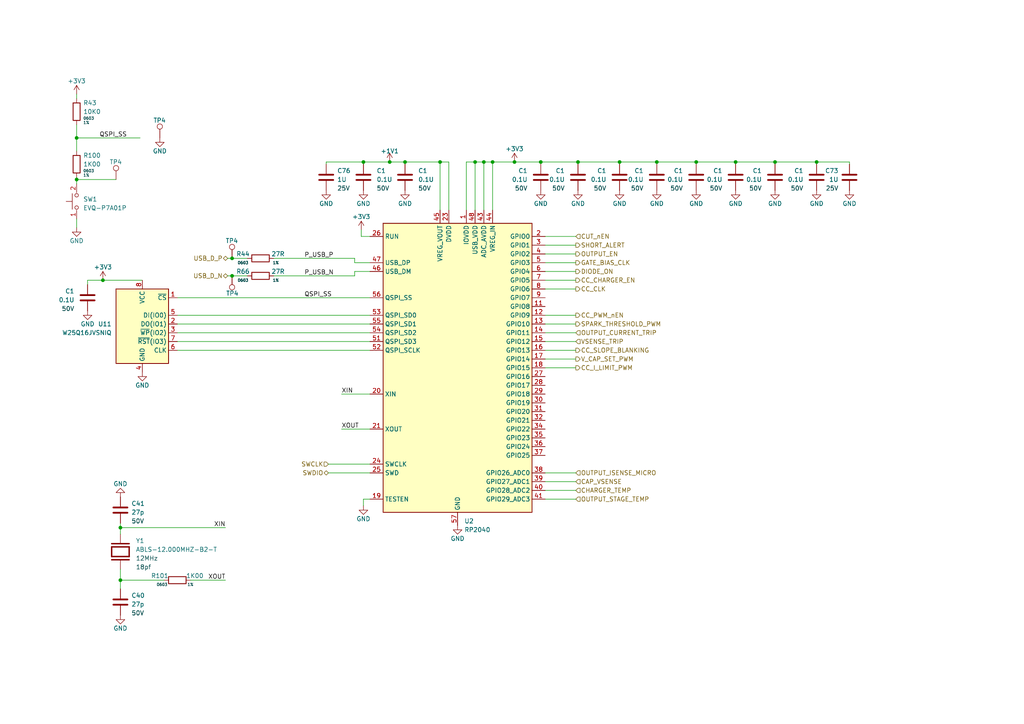
<source format=kicad_sch>
(kicad_sch (version 20230121) (generator eeschema)
  (paper "A4")
  (title_block (title "MICROCONTROLLER") (company "Rack Robotics, Inc.") (comment 1 "Engineering by DragonFly Power Systems") (comment 2 "Design by Rack Robotics, Inc."))
  (lib_symbols
    (symbol "0603_CAP:0.1U_50V"
      (property "Reference" "C" (at 3.175 1.905 0))
      (property "Value" "0.1U" (at 3.175 0 0))
      (property "Volage Rating" "50V" (at 3.175 -1.905 0))
      (symbol "0.1U_50V_0_1"
        (polyline (pts (xy -2.032 -0.762) (xy 2.032 -0.762)) (stroke (width 0.508)))
        (polyline (pts (xy -2.032 0.762) (xy 2.032 0.762)) (stroke (width 0.508)))
      )
      (symbol "0.1U_50V_1_1"
        (pin passive line (at 0 3.81 270) (length 2.794) (name "~") (number "1"))
        (pin passive line (at 0 -3.81 90) (length 2.794) (name "~") (number "2"))
      )
    )
    (symbol "0603_CAP:1U_25V"
      (property "Reference" "C" (at 3.175 1.905 0))
      (property "Value" "1U" (at 3.175 0 0))
      (property "Volage Rating" "25V" (at 3.175 -1.905 0))
      (symbol "1U_25V_0_1"
        (polyline (pts (xy -2.032 -0.762) (xy 2.032 -0.762)) (stroke (width 0.508)))
        (polyline (pts (xy -2.032 0.762) (xy 2.032 0.762)) (stroke (width 0.508)))
      )
      (symbol "1U_25V_1_1"
        (pin passive line (at 0 3.81 270) (length 2.794) (name "~") (number "1"))
        (pin passive line (at 0 -3.81 90) (length 2.794) (name "~") (number "2"))
      )
    )
    (symbol "0603_CAP:27P_50V"
      (property "Reference" "C" (at 3.175 1.905 0))
      (property "Value" "27p" (at 3.175 0 0))
      (property "Volage Rating" "50V" (at 3.175 -1.905 0))
      (symbol "27P_50V_0_1"
        (polyline (pts (xy -2.032 -0.762) (xy 2.032 -0.762)) (stroke (width 0.508)))
        (polyline (pts (xy -2.032 0.762) (xy 2.032 0.762)) (stroke (width 0.508)))
      )
      (symbol "27P_50V_1_1"
        (pin passive line (at 0 3.81 270) (length 2.794) (name "~") (number "1"))
        (pin passive line (at 0 -3.81 90) (length 2.794) (name "~") (number "2"))
      )
    )
    (symbol "0603_RES:10K0"
      (property "Reference" "R" (at 1.27 2.54 0))
      (property "Value" "10K0" (at 1.27 0.635 0))
      (property "Package Size" "0603" (at 1.27 -1.27 0))
      (property "Tolerance" "1%" (at 1.27 -2.54 0))
      (symbol "10K0_0_1"
        (rectangle (start -1.016 2.54) (end 1.016 -2.54) (stroke (width 0.254)))
      )
      (symbol "10K0_1_1"
        (pin passive line (at 0 3.81 270) (length 1.27) (name "~") (number "1"))
        (pin passive line (at 0 -3.81 90) (length 1.27) (name "~") (number "2"))
      )
    )
    (symbol "0603_RES:1K00"
      (property "Reference" "R" (at 1.27 2.54 0))
      (property "Value" "1K00" (at 1.27 0.635 0))
      (property "Package Size" "0603" (at 1.27 -1.27 0))
      (property "Tolerance" "1%" (at 1.27 -2.54 0))
      (symbol "1K00_0_1"
        (rectangle (start -1.016 2.54) (end 1.016 -2.54) (stroke (width 0.254)))
      )
      (symbol "1K00_1_1"
        (pin passive line (at 0 3.81 270) (length 1.27) (name "~") (number "1"))
        (pin passive line (at 0 -3.81 90) (length 1.27) (name "~") (number "2"))
      )
    )
    (symbol "0603_RES:27R"
      (property "Reference" "R" (at 1.27 2.54 0))
      (property "Value" "27R" (at 1.27 0.635 0))
      (property "Package Size" "0603" (at 1.27 -1.27 0))
      (property "Tolerance" "1%" (at 1.27 -2.54 0))
      (symbol "27R_0_1"
        (rectangle (start -1.016 2.54) (end 1.016 -2.54) (stroke (width 0.254)))
      )
      (symbol "27R_1_1"
        (pin passive line (at 0 3.81 270) (length 1.27) (name "~") (number "1"))
        (pin passive line (at 0 -3.81 90) (length 1.27) (name "~") (number "2"))
      )
    )
    (symbol "CRYSTALS:ABLS-12.000MHZ-B2-T" (pin_numbers hide) (pin_names (offset 1.016) hide)
      (property "Reference" "Y" (at -5.08 3.81 0))
      (property "Value" "ABLS-12.000MHZ-B2-T" (at -5.1054 -5.1054 0))
      (property "Frequency" "12MHz" (at 0 0 0))
      (property "Load Capacitance" "18pf" (at 0 0 0))
      (symbol "ABLS-12.000MHZ-B2-T_0_0"
        (polyline (pts (xy -2.3368 2.54) (xy -2.3368 -2.54)) (stroke (width 0.4064)))
        (polyline (pts (xy -1.397 2.54) (xy -1.397 -2.54)) (stroke (width 0.4064)))
        (polyline (pts (xy -1.397 2.54) (xy 1.397 2.54)) (stroke (width 0.4064)))
        (polyline (pts (xy 1.397 -2.54) (xy -1.397 -2.54)) (stroke (width 0.4064)))
        (polyline (pts (xy 1.397 2.54) (xy 1.397 -2.54)) (stroke (width 0.4064)))
        (polyline (pts (xy 2.3368 2.54) (xy 2.3368 -2.54)) (stroke (width 0.4064)))
        (pin passive line (at -5.08 0 0) (length 2.54) (name "~") (number "1"))
        (pin passive line (at 5.08 0 180) (length 2.54) (name "~") (number "2"))
      )
    )
    (symbol "Connector:TestPoint" (pin_numbers hide) (pin_names (offset 0.762) hide)
      (property "Reference" "TP" (at 0 6.858 0))
      (property "Value" "TestPoint" (at 0 5.08 0))
      (symbol "TestPoint_0_1"
        (circle (center 0 3.302) (radius 0.762))
      )
      (symbol "TestPoint_1_1"
        (pin passive line (at 0 0 90) (length 2.54) (name "1") (number "1"))
      )
    )
    (symbol "MCU_RaspberryPi:RP2040"
      (property "Reference" "U" (at 17.78 45.72 0))
      (property "Value" "RP2040" (at 17.78 43.18 0))
      (symbol "RP2040_0_1"
        (rectangle (start -21.59 41.91) (end 21.59 -41.91) (stroke (width 0.254)) (fill (type background)))
      )
      (symbol "RP2040_1_1"
        (pin power_in line (at 2.54 45.72 270) (length 3.81) (name "IOVDD") (number "1"))
        (pin passive line (at 2.54 45.72 270) (length 3.81) hide (name "IOVDD") (number "10"))
        (pin bidirectional line (at 25.4 17.78 180) (length 3.81) (name "GPIO8") (number "11"))
        (pin bidirectional line (at 25.4 15.24 180) (length 3.81) (name "GPIO9") (number "12"))
        (pin bidirectional line (at 25.4 12.7 180) (length 3.81) (name "GPIO10") (number "13"))
        (pin bidirectional line (at 25.4 10.16 180) (length 3.81) (name "GPIO11") (number "14"))
        (pin bidirectional line (at 25.4 7.62 180) (length 3.81) (name "GPIO12") (number "15"))
        (pin bidirectional line (at 25.4 5.08 180) (length 3.81) (name "GPIO13") (number "16"))
        (pin bidirectional line (at 25.4 2.54 180) (length 3.81) (name "GPIO14") (number "17"))
        (pin bidirectional line (at 25.4 0 180) (length 3.81) (name "GPIO15") (number "18"))
        (pin input line (at -25.4 -38.1 0) (length 3.81) (name "TESTEN") (number "19"))
        (pin bidirectional line (at 25.4 38.1 180) (length 3.81) (name "GPIO0") (number "2"))
        (pin input line (at -25.4 -7.62 0) (length 3.81) (name "XIN") (number "20"))
        (pin passive line (at -25.4 -17.78 0) (length 3.81) (name "XOUT") (number "21"))
        (pin passive line (at 2.54 45.72 270) (length 3.81) hide (name "IOVDD") (number "22"))
        (pin power_in line (at -2.54 45.72 270) (length 3.81) (name "DVDD") (number "23"))
        (pin input line (at -25.4 -27.94 0) (length 3.81) (name "SWCLK") (number "24"))
        (pin bidirectional line (at -25.4 -30.48 0) (length 3.81) (name "SWD") (number "25"))
        (pin input line (at -25.4 38.1 0) (length 3.81) (name "RUN") (number "26"))
        (pin bidirectional line (at 25.4 -2.54 180) (length 3.81) (name "GPIO16") (number "27"))
        (pin bidirectional line (at 25.4 -5.08 180) (length 3.81) (name "GPIO17") (number "28"))
        (pin bidirectional line (at 25.4 -7.62 180) (length 3.81) (name "GPIO18") (number "29"))
        (pin bidirectional line (at 25.4 35.56 180) (length 3.81) (name "GPIO1") (number "3"))
        (pin bidirectional line (at 25.4 -10.16 180) (length 3.81) (name "GPIO19") (number "30"))
        (pin bidirectional line (at 25.4 -12.7 180) (length 3.81) (name "GPIO20") (number "31"))
        (pin bidirectional line (at 25.4 -15.24 180) (length 3.81) (name "GPIO21") (number "32"))
        (pin passive line (at 2.54 45.72 270) (length 3.81) hide (name "IOVDD") (number "33"))
        (pin bidirectional line (at 25.4 -17.78 180) (length 3.81) (name "GPIO22") (number "34"))
        (pin bidirectional line (at 25.4 -20.32 180) (length 3.81) (name "GPIO23") (number "35"))
        (pin bidirectional line (at 25.4 -22.86 180) (length 3.81) (name "GPIO24") (number "36"))
        (pin bidirectional line (at 25.4 -25.4 180) (length 3.81) (name "GPIO25") (number "37"))
        (pin bidirectional line (at 25.4 -30.48 180) (length 3.81) (name "GPIO26_ADC0") (number "38"))
        (pin bidirectional line (at 25.4 -33.02 180) (length 3.81) (name "GPIO27_ADC1") (number "39"))
        (pin bidirectional line (at 25.4 33.02 180) (length 3.81) (name "GPIO2") (number "4"))
        (pin bidirectional line (at 25.4 -35.56 180) (length 3.81) (name "GPIO28_ADC2") (number "40"))
        (pin bidirectional line (at 25.4 -38.1 180) (length 3.81) (name "GPIO29_ADC3") (number "41"))
        (pin passive line (at 2.54 45.72 270) (length 3.81) hide (name "IOVDD") (number "42"))
        (pin power_in line (at 7.62 45.72 270) (length 3.81) (name "ADC_AVDD") (number "43"))
        (pin power_in line (at 10.16 45.72 270) (length 3.81) (name "VREG_IN") (number "44"))
        (pin power_out line (at -5.08 45.72 270) (length 3.81) (name "VREG_VOUT") (number "45"))
        (pin bidirectional line (at -25.4 27.94 0) (length 3.81) (name "USB_DM") (number "46"))
        (pin bidirectional line (at -25.4 30.48 0) (length 3.81) (name "USB_DP") (number "47"))
        (pin power_in line (at 5.08 45.72 270) (length 3.81) (name "USB_VDD") (number "48"))
        (pin passive line (at 2.54 45.72 270) (length 3.81) hide (name "IOVDD") (number "49"))
        (pin bidirectional line (at 25.4 30.48 180) (length 3.81) (name "GPIO3") (number "5"))
        (pin passive line (at -2.54 45.72 270) (length 3.81) hide (name "DVDD") (number "50"))
        (pin bidirectional line (at -25.4 7.62 0) (length 3.81) (name "QSPI_SD3") (number "51"))
        (pin output line (at -25.4 5.08 0) (length 3.81) (name "QSPI_SCLK") (number "52"))
        (pin bidirectional line (at -25.4 15.24 0) (length 3.81) (name "QSPI_SD0") (number "53"))
        (pin bidirectional line (at -25.4 10.16 0) (length 3.81) (name "QSPI_SD2") (number "54"))
        (pin bidirectional line (at -25.4 12.7 0) (length 3.81) (name "QSPI_SD1") (number "55"))
        (pin bidirectional line (at -25.4 20.32 0) (length 3.81) (name "QSPI_SS") (number "56"))
        (pin power_in line (at 0 -45.72 90) (length 3.81) (name "GND") (number "57"))
        (pin bidirectional line (at 25.4 27.94 180) (length 3.81) (name "GPIO4") (number "6"))
        (pin bidirectional line (at 25.4 25.4 180) (length 3.81) (name "GPIO5") (number "7"))
        (pin bidirectional line (at 25.4 22.86 180) (length 3.81) (name "GPIO6") (number "8"))
        (pin bidirectional line (at 25.4 20.32 180) (length 3.81) (name "GPIO7") (number "9"))
      )
    )
    (symbol "MEMORY:W25Q16JVSNIQ"
      (property "Reference" "U" (at 0.635 1.27 0))
      (property "Value" "W25Q16JVSNIQ" (at 15.875 -22.86 0))
      (symbol "W25Q16JVSNIQ_0_1"
        (rectangle (start 0 0) (end 15.24 -21.59) (stroke (width 0.254)) (fill (type background)))
      )
      (symbol "W25Q16JVSNIQ_1_1"
        (pin input line (at 17.78 -2.54 180) (length 2.54) (name "~{CS}") (number "1"))
        (pin bidirectional line (at 17.78 -10.16 180) (length 2.54) (name "DO(IO1)") (number "2"))
        (pin bidirectional line (at 17.78 -12.7 180) (length 2.54) (name "~{WP}(IO2)") (number "3"))
        (pin power_in line (at 7.62 -24.13 90) (length 2.54) (name "GND") (number "4"))
        (pin bidirectional line (at 17.78 -7.62 180) (length 2.54) (name "DI(IO0)") (number "5"))
        (pin input line (at 17.78 -17.78 180) (length 2.54) (name "CLK") (number "6"))
        (pin bidirectional line (at 17.78 -15.24 180) (length 2.54) (name "~{RST}(IO3)") (number "7"))
        (pin power_in line (at 7.62 2.54 270) (length 2.54) (name "VCC") (number "8"))
      )
    )
    (symbol "SWITCHES:EVQ-P7A01P" (pin_names hide)
      (property "Reference" "SW" (at 0 5.08 0))
      (property "Value" "EVQ-P7A01P" (at 0 -3.175 0))
      (symbol "EVQ-P7A01P_0_1"
        (circle (center -1.778 1.27) (radius 0.508))
        (polyline (pts (xy -2.286 2.54) (xy 2.286 2.54)))
        (polyline (pts (xy 0 2.54) (xy 0 4.318)))
        (circle (center 1.778 1.27) (radius 0.508))
        (pin passive line (at -5.08 1.27 0) (length 2.54) (name "1") (number "1"))
      )
      (symbol "EVQ-P7A01P_1_1"
        (pin passive line (at 5.08 1.27 180) (length 2.54) (name "2") (number "2"))
      )
    )
    (symbol "power:+1V1" (power) (pin_names (offset 0))
      (property "Value" "+1V1" (at 0 3.556 0))
      (symbol "+1V1_0_1"
        (polyline (pts (xy -0.762 1.27) (xy 0 2.54)))
        (polyline (pts (xy 0 0) (xy 0 2.54)))
        (polyline (pts (xy 0 2.54) (xy 0.762 1.27)))
      )
      (symbol "+1V1_1_1"
        (pin power_in line (at 0 0 90) (length 0) hide (name "+1V1") (number "1"))
      )
    )
    (symbol "power:+3V3" (power) (pin_names (offset 0))
      (property "Value" "+3V3" (at 0 3.556 0))
      (symbol "+3V3_0_1"
        (polyline (pts (xy -0.762 1.27) (xy 0 2.54)))
        (polyline (pts (xy 0 0) (xy 0 2.54)))
        (polyline (pts (xy 0 2.54) (xy 0.762 1.27)))
      )
      (symbol "+3V3_1_1"
        (pin power_in line (at 0 0 90) (length 0) hide (name "+3V3") (number "1"))
      )
    )
    (symbol "power:GND" (power) (pin_names (offset 0))
      (property "Value" "GND" (at 0 -3.81 0))
      (symbol "GND_0_1"
        (polyline (pts (xy 0 0) (xy 0 -1.27) (xy 1.27 -1.27) (xy 0 -2.54) (xy -1.27 -1.27) (xy 0 -1.27)))
      )
      (symbol "GND_1_1"
        (pin power_in line (at 0 0 270) (length 0) hide (name "GND") (number "1"))
      )
    )
  )
  (junction (at 34.925 153.035))
  (junction (at 142.875 46.99))
  (junction (at 127.635 46.99))
  (junction (at 67.31 80.01))
  (junction (at 167.64 46.99))
  (junction (at 113.03 46.99))
  (junction (at 67.31 74.93))
  (junction (at 156.845 46.99))
  (junction (at 236.855 46.99))
  (junction (at 179.705 46.99))
  (junction (at 105.41 46.99))
  (junction (at 137.795 46.99))
  (junction (at 201.93 46.99))
  (junction (at 22.225 52.07))
  (junction (at 213.36 46.99))
  (junction (at 29.845 81.28))
  (junction (at 149.225 46.99))
  (junction (at 140.335 46.99))
  (junction (at 117.475 46.99))
  (junction (at 34.925 168.275))
  (junction (at 190.5 46.99))
  (junction (at 22.225 40.005))
  (junction (at 224.79 46.99))
  (wire (pts (xy 158.115 144.78) (xy 167.005 144.78)))
  (wire (pts (xy 201.93 47.625) (xy 201.93 46.99)))
  (wire (pts (xy 236.855 46.99) (xy 236.855 47.625)))
  (wire (pts (xy 55.245 168.275) (xy 65.405 168.275)))
  (wire (pts (xy 167.005 139.7) (xy 158.115 139.7)))
  (wire (pts (xy 102.87 80.01) (xy 102.87 78.74)))
  (wire (pts (xy 22.225 36.195) (xy 22.225 40.005)))
  (wire (pts (xy 130.175 46.99) (xy 127.635 46.99)))
  (wire (pts (xy 135.255 60.96) (xy 135.255 46.99)))
  (wire (pts (xy 105.41 146.685) (xy 105.41 144.78)))
  (wire (pts (xy 156.845 46.99) (xy 167.64 46.99)))
  (wire (pts (xy 167.005 78.74) (xy 158.115 78.74)))
  (wire (pts (xy 158.115 81.28) (xy 167.005 81.28)))
  (wire (pts (xy 179.705 47.625) (xy 179.705 46.99)))
  (wire (pts (xy 99.06 114.3) (xy 107.315 114.3)))
  (wire (pts (xy 213.36 47.625) (xy 213.36 46.99)))
  (wire (pts (xy 142.875 46.99) (xy 149.225 46.99)))
  (wire (pts (xy 158.115 83.82) (xy 167.005 83.82)))
  (wire (pts (xy 66.04 80.01) (xy 67.31 80.01)))
  (wire (pts (xy 137.795 46.99) (xy 137.795 60.96)))
  (wire (pts (xy 158.115 68.58) (xy 167.005 68.58)))
  (wire (pts (xy 22.225 52.07) (xy 33.655 52.07)))
  (wire (pts (xy 99.06 124.46) (xy 107.315 124.46)))
  (wire (pts (xy 102.87 74.93) (xy 102.87 76.2)))
  (wire (pts (xy 94.615 47.625) (xy 94.615 46.99)))
  (wire (pts (xy 51.435 93.98) (xy 107.315 93.98)))
  (wire (pts (xy 224.79 47.625) (xy 224.79 46.99)))
  (wire (pts (xy 51.435 101.6) (xy 107.315 101.6)))
  (wire (pts (xy 67.31 80.01) (xy 71.755 80.01)))
  (wire (pts (xy 140.335 46.99) (xy 142.875 46.99)))
  (wire (pts (xy 34.925 151.765) (xy 34.925 153.035)))
  (wire (pts (xy 167.005 73.66) (xy 158.115 73.66)))
  (wire (pts (xy 79.375 80.01) (xy 102.87 80.01)))
  (wire (pts (xy 105.41 144.78) (xy 107.315 144.78)))
  (wire (pts (xy 102.87 76.2) (xy 107.315 76.2)))
  (wire (pts (xy 158.115 104.14) (xy 167.005 104.14)))
  (wire (pts (xy 149.225 46.99) (xy 156.845 46.99)))
  (wire (pts (xy 22.225 52.07) (xy 22.225 53.34)))
  (wire (pts (xy 167.005 99.06) (xy 158.115 99.06)))
  (wire (pts (xy 29.845 81.28) (xy 41.275 81.28)))
  (wire (pts (xy 25.4 81.28) (xy 29.845 81.28)))
  (wire (pts (xy 246.38 47.625) (xy 246.38 46.99)))
  (wire (pts (xy 158.115 142.24) (xy 167.005 142.24)))
  (wire (pts (xy 158.115 71.12) (xy 167.005 71.12)))
  (wire (pts (xy 236.855 46.99) (xy 246.38 46.99)))
  (wire (pts (xy 167.64 46.99) (xy 179.705 46.99)))
  (wire (pts (xy 104.775 66.675) (xy 104.775 68.58)))
  (wire (pts (xy 34.925 168.275) (xy 34.925 170.815)))
  (wire (pts (xy 135.255 46.99) (xy 137.795 46.99)))
  (wire (pts (xy 105.41 46.99) (xy 105.41 47.625)))
  (wire (pts (xy 127.635 60.96) (xy 127.635 46.99)))
  (wire (pts (xy 201.93 46.99) (xy 213.36 46.99)))
  (wire (pts (xy 105.41 46.99) (xy 94.615 46.99)))
  (wire (pts (xy 190.5 47.625) (xy 190.5 46.99)))
  (wire (pts (xy 66.04 74.93) (xy 67.31 74.93)))
  (wire (pts (xy 51.435 86.36) (xy 107.315 86.36)))
  (wire (pts (xy 79.375 74.93) (xy 102.87 74.93)))
  (wire (pts (xy 102.87 78.74) (xy 107.315 78.74)))
  (wire (pts (xy 34.925 165.1) (xy 34.925 168.275)))
  (wire (pts (xy 167.005 106.68) (xy 158.115 106.68)))
  (wire (pts (xy 158.115 93.98) (xy 167.005 93.98)))
  (wire (pts (xy 34.925 153.035) (xy 65.405 153.035)))
  (wire (pts (xy 34.925 168.275) (xy 47.625 168.275)))
  (wire (pts (xy 104.775 68.58) (xy 107.315 68.58)))
  (wire (pts (xy 156.845 47.625) (xy 156.845 46.99)))
  (wire (pts (xy 51.435 96.52) (xy 107.315 96.52)))
  (wire (pts (xy 167.005 96.52) (xy 158.115 96.52)))
  (wire (pts (xy 34.925 153.035) (xy 34.925 154.94)))
  (wire (pts (xy 127.635 46.99) (xy 117.475 46.99)))
  (wire (pts (xy 22.225 40.005) (xy 40.64 40.005)))
  (wire (pts (xy 158.115 76.2) (xy 167.005 76.2)))
  (wire (pts (xy 22.225 27.305) (xy 22.225 28.575)))
  (wire (pts (xy 113.03 46.99) (xy 105.41 46.99)))
  (wire (pts (xy 179.705 46.99) (xy 190.5 46.99)))
  (wire (pts (xy 22.225 40.005) (xy 22.225 43.815)))
  (wire (pts (xy 158.115 101.6) (xy 167.005 101.6)))
  (wire (pts (xy 107.315 134.62) (xy 95.25 134.62)))
  (wire (pts (xy 213.36 46.99) (xy 224.79 46.99)))
  (wire (pts (xy 158.115 137.16) (xy 167.005 137.16)))
  (wire (pts (xy 107.315 137.16) (xy 95.25 137.16)))
  (wire (pts (xy 22.225 66.04) (xy 22.225 63.5)))
  (wire (pts (xy 51.435 91.44) (xy 107.315 91.44)))
  (wire (pts (xy 22.225 51.435) (xy 22.225 52.07)))
  (wire (pts (xy 51.435 99.06) (xy 107.315 99.06)))
  (wire (pts (xy 142.875 46.99) (xy 142.875 60.96)))
  (wire (pts (xy 140.335 46.99) (xy 140.335 60.96)))
  (wire (pts (xy 130.175 60.96) (xy 130.175 46.99)))
  (wire (pts (xy 224.79 46.99) (xy 236.855 46.99)))
  (wire (pts (xy 167.64 47.625) (xy 167.64 46.99)))
  (wire (pts (xy 25.4 81.28) (xy 25.4 82.55)))
  (wire (pts (xy 158.115 91.44) (xy 167.005 91.44)))
  (wire (pts (xy 67.31 74.93) (xy 71.755 74.93)))
  (wire (pts (xy 190.5 46.99) (xy 201.93 46.99)))
  (wire (pts (xy 117.475 47.625) (xy 117.475 46.99)))
  (wire (pts (xy 137.795 46.99) (xy 140.335 46.99)))
  (wire (pts (xy 117.475 46.99) (xy 113.03 46.99)))
  (label "XOUT" (at 99.06 124.46 0))
  (label "P_USB_P" (at 88.265 74.93 0))
  (label "QSPI_SS" (at 88.265 86.36 0))
  (label "XIN" (at 65.405 153.035 180))
  (label "XIN" (at 99.06 114.3 0))
  (label "P_USB_N" (at 88.265 80.01 0))
  (label "QSPI_SS" (at 36.83 40.005 180))
  (label "XOUT" (at 65.405 168.275 180))
  (hierarchical_label "CC_SLOPE_BLANKING" (shape output) (at 167.005 101.6 0))
  (hierarchical_label "CC_I_LIMIT_PWM" (shape output) (at 167.005 106.68 0))
  (hierarchical_label "V_CAP_SET_PWM" (shape output) (at 167.005 104.14 0))
  (hierarchical_label "SPARK_THRESHOLD_PWM" (shape output) (at 167.005 93.98 0))
  (hierarchical_label "SWCLK" (shape input) (at 95.25 134.62 180))
  (hierarchical_label "OUTPUT_EN" (shape output) (at 167.005 73.66 0))
  (hierarchical_label "USB_D_N" (shape bidirectional) (at 66.04 80.01 180))
  (hierarchical_label "OUTPUT_CURRENT_TRIP" (shape input) (at 167.005 96.52 0))
  (hierarchical_label "DIODE_ON" (shape output) (at 167.005 78.74 0))
  (hierarchical_label "CUT_nEN" (shape input) (at 167.005 68.58 0))
  (hierarchical_label "OUTPUT_ISENSE_MICRO" (shape input) (at 167.005 137.16 0))
  (hierarchical_label "CC_CHARGER_EN" (shape output) (at 167.005 81.28 0))
  (hierarchical_label "CC_PWM_nEN" (shape output) (at 167.005 91.44 0))
  (hierarchical_label "GATE_BIAS_CLK" (shape output) (at 167.005 76.2 0))
  (hierarchical_label "VSENSE_TRIP" (shape input) (at 167.005 99.06 0))
  (hierarchical_label "CAP_VSENSE" (shape input) (at 167.005 139.7 0))
  (hierarchical_label "SWDIO" (shape bidirectional) (at 95.25 137.16 180))
  (hierarchical_label "SHORT_ALERT" (shape output) (at 167.005 71.12 0))
  (hierarchical_label "OUTPUT_STAGE_TEMP" (shape input) (at 167.005 144.78 0))
  (hierarchical_label "CHARGER_TEMP" (shape input) (at 167.005 142.24 0))
  (hierarchical_label "CC_CLK" (shape output) (at 167.005 83.82 0))
  (hierarchical_label "USB_D_P" (shape bidirectional) (at 66.04 74.93 180))
  (symbol (lib_id "power:GND") (at 46.355 40.005 0) (unit 1)
    (property "Reference" "#PWR01" (effects hide))
    (property "Value" "GND" (at 46.355 43.815 0))
    (instances (project "POWERCORE-V2.0_MOTHERBOARD" (path "" (reference "#PWR01") (unit 1)) (path "" (reference "#PWR031") (unit 1)) (path "" (reference "#PWR051") (unit 1)) (path "" (reference "#PWR041") (unit 1))))
  )
  (symbol (lib_id "Connector:TestPoint") (at 67.31 74.93 0) (unit 1)
    (property "Reference" "TP4" (at 65.405 69.85 0) (effects (justify left)))
    (property "Value" "TestPoint" (effects hide))
    (property "Footprint" "TestPoint:TestPoint_Pad_D1.5mm" (effects hide))
    (instances (project "POWERCORE-V2.0_MOTHERBOARD" (path "" (reference "TP4") (unit 1)) (path "" (reference "TP5") (unit 1)) (path "" (reference "TP13") (unit 1)) (path "" (reference "TP7") (unit 1))))
  )
  (symbol (lib_id "SWITCHES:EVQ-P7A01P") (at 23.495 58.42 90) (unit 1)
    (property "Reference" "SW1" (at 24.13 57.785 90) (effects (justify right)))
    (property "Value" "EVQ-P7A01P" (at 24.13 60.325 90) (effects (justify right)))
    (property "Footprint" "SWITCHES:SW_SPST_EVQP7A" (effects hide))
    (property "Datasheet" "https://api.pim.na.industrial.panasonic.com/file_stream/main/fileversion/245500" (effects hide))
    (property "Part Number" "EVQ-P7A01P" (effects hide))
    (property "Manufacturer" "Panasonic" (effects hide))
  )
  (symbol (lib_id "0603_CAP:0.1U_50V") (at 156.845 51.435 0) (mirror y) (unit 1)
    (property "Reference" "C1" (at 153.035 49.53 0) (effects (justify left)))
    (property "Value" "0.1U" (at 153.035 52.07 0) (effects (justify left)))
    (property "Footprint" "Capacitor_SMD:C_0603_1608Metric" (effects hide))
    (property "Datasheet" "https://media.digikey.com/pdf/Data%20Sheets/Samsung%20PDFs/CL10B104KB8NNWC_Spec.pdf" (effects hide))
    (property "Volage Rating" "50V" (at 153.035 54.61 0) (effects (justify left)))
    (property "Part Number" "CL10B104KB8NNWC" (effects hide))
    (property "Manufacturer" "Samsung" (effects hide))
    (instances (project "POWERCORE-V2.0_MOTHERBOARD" (path "" (reference "C1") (unit 1)) (path "" (reference "C66") (unit 1))))
  )
  (symbol (lib_id "Connector:TestPoint") (at 46.355 40.005 0) (unit 1)
    (property "Reference" "TP4" (at 44.45 34.925 0) (effects (justify left)))
    (property "Value" "TestPoint" (effects hide))
    (property "Footprint" "TestPoint:TestPoint_Pad_D1.5mm" (effects hide))
    (instances (project "POWERCORE-V2.0_MOTHERBOARD" (path "" (reference "TP4") (unit 1)) (path "" (reference "TP5") (unit 1)) (path "" (reference "TP13") (unit 1)) (path "" (reference "TP10") (unit 1))))
  )
  (symbol (lib_id "power:GND") (at 156.845 55.245 0) (mirror y) (unit 1)
    (property "Reference" "#PWR02" (effects hide))
    (property "Value" "GND" (at 156.845 59.055 0))
    (instances (project "POWERCORE-V2.0_MOTHERBOARD" (path "" (reference "#PWR02") (unit 1)) (path "" (reference "#PWR052") (unit 1))))
  )
  (symbol (lib_id "power:+3V3") (at 29.845 81.28 0) (mirror y) (unit 1)
    (property "Reference" "#PWR01" (effects hide))
    (property "Value" "+3V3" (at 29.845 77.47 0))
    (instances (project "POWERCORE-V2.0_MOTHERBOARD" (path "" (reference "#PWR01") (unit 1)) (path "" (reference "#PWR021") (unit 1))))
  )
  (symbol (lib_id "power:GND") (at 34.925 144.145 180) (unit 1)
    (property "Reference" "#PWR01" (effects hide))
    (property "Value" "GND" (at 34.925 140.335 0))
    (instances (project "POWERCORE-V2.0_MOTHERBOARD" (path "" (reference "#PWR01") (unit 1)) (path "" (reference "#PWR031") (unit 1)) (path "" (reference "#PWR051") (unit 1)) (path "" (reference "#PWR0111") (unit 1))))
  )
  (symbol (lib_id "0603_CAP:0.1U_50V") (at 213.36 51.435 0) (mirror y) (unit 1)
    (property "Reference" "C1" (at 209.55 49.53 0) (effects (justify left)))
    (property "Value" "0.1U" (at 209.55 52.07 0) (effects (justify left)))
    (property "Footprint" "Capacitor_SMD:C_0603_1608Metric" (effects hide))
    (property "Datasheet" "https://media.digikey.com/pdf/Data%20Sheets/Samsung%20PDFs/CL10B104KB8NNWC_Spec.pdf" (effects hide))
    (property "Volage Rating" "50V" (at 209.55 54.61 0) (effects (justify left)))
    (property "Part Number" "CL10B104KB8NNWC" (effects hide))
    (property "Manufacturer" "Samsung" (effects hide))
    (instances (project "POWERCORE-V2.0_MOTHERBOARD" (path "" (reference "C1") (unit 1)) (path "" (reference "C71") (unit 1))))
  )
  (symbol (lib_id "power:GND") (at 224.79 55.245 0) (mirror y) (unit 1)
    (property "Reference" "#PWR02" (effects hide))
    (property "Value" "GND" (at 224.79 59.055 0))
    (instances (project "POWERCORE-V2.0_MOTHERBOARD" (path "" (reference "#PWR02") (unit 1)) (path "" (reference "#PWR0124") (unit 1))))
  )
  (symbol (lib_id "0603_RES:27R") (at 75.565 80.01 90) (unit 1)
    (property "Reference" "R66" (at 70.485 78.74 90))
    (property "Value" "27R" (at 80.645 78.74 90))
    (property "Footprint" "Resistor_SMD:R_0603_1608Metric" (effects hide))
    (property "Datasheet" "https://www.seielect.com/Catalog/SEI-RMCF_RMCP.pdf" (effects hide))
    (property "Package Size" "0603" (at 70.485 81.28 90) (effects (font (size 0.8 0.8))))
    (property "Tolerance" "1%" (at 80.01 81.28 90) (effects (font (size 0.8 0.8))))
    (property "Part Number" "RMCF0603FT27R0" (effects hide))
    (property "Manufacturer" "Stackpole" (effects hide))
  )
  (symbol (lib_id "power:GND") (at 246.38 55.245 0) (mirror y) (unit 1)
    (property "Reference" "#PWR02" (effects hide))
    (property "Value" "GND" (at 246.38 59.055 0))
    (instances (project "POWERCORE-V2.0_MOTHERBOARD" (path "" (reference "#PWR02") (unit 1)) (path "" (reference "#PWR0102") (unit 1))))
  )
  (symbol (lib_id "power:+3V3") (at 149.225 46.99 0) (unit 1)
    (property "Reference" "#PWR0107" (effects hide))
    (property "Value" "+3V3" (at 149.225 43.18 0))
  )
  (symbol (lib_id "power:GND") (at 201.93 55.245 0) (mirror y) (unit 1)
    (property "Reference" "#PWR02" (effects hide))
    (property "Value" "GND" (at 201.93 59.055 0))
    (instances (project "POWERCORE-V2.0_MOTHERBOARD" (path "" (reference "#PWR02") (unit 1)) (path "" (reference "#PWR099") (unit 1))))
  )
  (symbol (lib_id "power:GND") (at 34.925 178.435 0) (unit 1)
    (property "Reference" "#PWR01" (effects hide))
    (property "Value" "GND" (at 34.925 182.245 0))
    (instances (project "POWERCORE-V2.0_MOTHERBOARD" (path "" (reference "#PWR01") (unit 1)) (path "" (reference "#PWR031") (unit 1)) (path "" (reference "#PWR051") (unit 1)) (path "" (reference "#PWR0110") (unit 1))))
  )
  (symbol (lib_id "0603_CAP:0.1U_50V") (at 25.4 86.36 0) (mirror y) (unit 1)
    (property "Reference" "C1" (at 21.59 84.455 0) (effects (justify left)))
    (property "Value" "0.1U" (at 21.59 86.995 0) (effects (justify left)))
    (property "Footprint" "Capacitor_SMD:C_0603_1608Metric" (effects hide))
    (property "Datasheet" "https://media.digikey.com/pdf/Data%20Sheets/Samsung%20PDFs/CL10B104KB8NNWC_Spec.pdf" (effects hide))
    (property "Volage Rating" "50V" (at 21.59 89.535 0) (effects (justify left)))
    (property "Part Number" "CL10B104KB8NNWC" (effects hide))
    (property "Manufacturer" "Samsung" (effects hide))
    (instances (project "POWERCORE-V2.0_MOTHERBOARD" (path "" (reference "C1") (unit 1)) (path "" (reference "C7") (unit 1))))
  )
  (symbol (lib_id "power:+3V3") (at 22.225 27.305 0) (mirror y) (unit 1)
    (property "Reference" "#PWR01" (effects hide))
    (property "Value" "+3V3" (at 22.225 23.495 0))
    (instances (project "POWERCORE-V2.0_MOTHERBOARD" (path "" (reference "#PWR01") (unit 1)) (path "" (reference "#PWR053") (unit 1))))
  )
  (symbol (lib_id "power:GND") (at 117.475 55.245 0) (unit 1)
    (property "Reference" "#PWR02" (effects hide))
    (property "Value" "GND" (at 117.475 59.055 0))
    (instances (project "POWERCORE-V2.0_MOTHERBOARD" (path "" (reference "#PWR02") (unit 1)) (path "" (reference "#PWR0103") (unit 1))))
  )
  (symbol (lib_id "0603_CAP:0.1U_50V") (at 224.79 51.435 0) (mirror y) (unit 1)
    (property "Reference" "C1" (at 220.98 49.53 0) (effects (justify left)))
    (property "Value" "0.1U" (at 220.98 52.07 0) (effects (justify left)))
    (property "Footprint" "Capacitor_SMD:C_0603_1608Metric" (effects hide))
    (property "Datasheet" "https://media.digikey.com/pdf/Data%20Sheets/Samsung%20PDFs/CL10B104KB8NNWC_Spec.pdf" (effects hide))
    (property "Volage Rating" "50V" (at 220.98 54.61 0) (effects (justify left)))
    (property "Part Number" "CL10B104KB8NNWC" (effects hide))
    (property "Manufacturer" "Samsung" (effects hide))
    (instances (project "POWERCORE-V2.0_MOTHERBOARD" (path "" (reference "C1") (unit 1)) (path "" (reference "C77") (unit 1))))
  )
  (symbol (lib_id "power:GND") (at 94.615 55.245 0) (unit 1)
    (property "Reference" "#PWR02" (effects hide))
    (property "Value" "GND" (at 94.615 59.055 0))
    (instances (project "POWERCORE-V2.0_MOTHERBOARD" (path "" (reference "#PWR02") (unit 1)) (path "" (reference "#PWR0106") (unit 1))))
  )
  (symbol (lib_id "Connector:TestPoint") (at 67.31 80.01 180) (unit 1)
    (property "Reference" "TP4" (at 69.215 85.09 0) (effects (justify left)))
    (property "Value" "TestPoint" (effects hide))
    (property "Footprint" "TestPoint:TestPoint_Pad_D1.5mm" (effects hide))
    (instances (project "POWERCORE-V2.0_MOTHERBOARD" (path "" (reference "TP4") (unit 1)) (path "" (reference "TP5") (unit 1)) (path "" (reference "TP13") (unit 1)) (path "" (reference "TP8") (unit 1))))
  )
  (symbol (lib_id "0603_CAP:0.1U_50V") (at 201.93 51.435 0) (mirror y) (unit 1)
    (property "Reference" "C1" (at 198.12 49.53 0) (effects (justify left)))
    (property "Value" "0.1U" (at 198.12 52.07 0) (effects (justify left)))
    (property "Footprint" "Capacitor_SMD:C_0603_1608Metric" (effects hide))
    (property "Datasheet" "https://media.digikey.com/pdf/Data%20Sheets/Samsung%20PDFs/CL10B104KB8NNWC_Spec.pdf" (effects hide))
    (property "Volage Rating" "50V" (at 198.12 54.61 0) (effects (justify left)))
    (property "Part Number" "CL10B104KB8NNWC" (effects hide))
    (property "Manufacturer" "Samsung" (effects hide))
    (instances (project "POWERCORE-V2.0_MOTHERBOARD" (path "" (reference "C1") (unit 1)) (path "" (reference "C70") (unit 1))))
  )
  (symbol (lib_id "0603_RES:1K00") (at 51.435 168.275 90) (unit 1)
    (property "Reference" "R101" (at 46.355 167.005 90))
    (property "Value" "1K00" (at 56.515 167.005 90))
    (property "Footprint" "Resistor_SMD:R_0603_1608Metric" (effects hide))
    (property "Datasheet" "https://www.seielect.com/Catalog/SEI-RMCF_RMCP.pdf" (effects hide))
    (property "Package Size" "0603" (at 46.99 169.545 90) (effects (font (size 0.8 0.8))))
    (property "Tolerance" "1%" (at 55.245 169.545 90) (effects (font (size 0.8 0.8))))
    (property "Part Number" "RMCF0603FT1K00" (effects hide))
    (property "Manufacturer" "Stackpole" (effects hide))
  )
  (symbol (lib_id "power:GND") (at 41.275 107.95 0) (mirror y) (unit 1)
    (property "Reference" "#PWR01" (effects hide))
    (property "Value" "GND" (at 41.275 111.76 0))
    (instances (project "POWERCORE-V2.0_MOTHERBOARD" (path "" (reference "#PWR01") (unit 1)) (path "" (reference "#PWR031") (unit 1)) (path "" (reference "#PWR051") (unit 1)) (path "" (reference "#PWR018") (unit 1))))
  )
  (symbol (lib_id "0603_CAP:0.1U_50V") (at 236.855 51.435 0) (mirror y) (unit 1)
    (property "Reference" "C1" (at 233.045 49.53 0) (effects (justify left)))
    (property "Value" "0.1U" (at 233.045 52.07 0) (effects (justify left)))
    (property "Footprint" "Capacitor_SMD:C_0603_1608Metric" (effects hide))
    (property "Datasheet" "https://media.digikey.com/pdf/Data%20Sheets/Samsung%20PDFs/CL10B104KB8NNWC_Spec.pdf" (effects hide))
    (property "Volage Rating" "50V" (at 233.045 54.61 0) (effects (justify left)))
    (property "Part Number" "CL10B104KB8NNWC" (effects hide))
    (property "Manufacturer" "Samsung" (effects hide))
    (instances (project "POWERCORE-V2.0_MOTHERBOARD" (path "" (reference "C1") (unit 1)) (path "" (reference "C78") (unit 1))))
  )
  (symbol (lib_id "MCU_RaspberryPi:RP2040") (at 132.715 106.68 0) (unit 1)
    (property "Reference" "U2" (at 134.6709 151.13 0) (effects (justify left)))
    (property "Value" "RP2040" (at 134.6709 153.67 0) (effects (justify left)))
    (property "Footprint" "Package_DFN_QFN:QFN-56-1EP_7x7mm_P0.4mm_EP3.2x3.2mm" (effects hide))
    (property "Datasheet" "https://datasheets.raspberrypi.com/rp2040/rp2040-datasheet.pdf" (effects hide))
  )
  (symbol (lib_id "power:+1V1") (at 113.03 46.99 0) (unit 1)
    (property "Reference" "#PWR0109" (effects hide))
    (property "Value" "+1V1" (at 113.03 43.815 0))
  )
  (symbol (lib_id "MEMORY:W25Q16JVSNIQ") (at 33.655 83.82 0) (unit 1)
    (property "Reference" "U11" (at 32.385 93.98 0) (effects (justify right)))
    (property "Value" "W25Q16JVSNIQ" (at 32.385 96.52 0) (effects (justify right)))
    (property "Footprint" "Package_SO:SOIC-8_3.9x4.9mm_P1.27mm" (effects hide))
    (property "Datasheet" "https://www.winbond.com/resource-files/w25q16jv%20spi%20revg%2003222018%20plus.pdf" (effects hide))
    (property "Manufacturer" "Winbond Electronics" (effects hide))
    (property "Part Number" "W25Q16JVSNIQ" (effects hide))
  )
  (symbol (lib_id "0603_CAP:0.1U_50V") (at 105.41 51.435 0) (unit 1)
    (property "Reference" "C1" (at 109.22 49.53 0) (effects (justify left)))
    (property "Value" "0.1U" (at 109.22 52.07 0) (effects (justify left)))
    (property "Footprint" "Capacitor_SMD:C_0603_1608Metric" (effects hide))
    (property "Datasheet" "https://media.digikey.com/pdf/Data%20Sheets/Samsung%20PDFs/CL10B104KB8NNWC_Spec.pdf" (effects hide))
    (property "Volage Rating" "50V" (at 109.22 54.61 0) (effects (justify left)))
    (property "Part Number" "CL10B104KB8NNWC" (effects hide))
    (property "Manufacturer" "Samsung" (effects hide))
    (instances (project "POWERCORE-V2.0_MOTHERBOARD" (path "" (reference "C1") (unit 1)) (path "" (reference "C75") (unit 1))))
  )
  (symbol (lib_id "0603_CAP:0.1U_50V") (at 117.475 51.435 0) (unit 1)
    (property "Reference" "C1" (at 121.285 49.53 0) (effects (justify left)))
    (property "Value" "0.1U" (at 121.285 52.07 0) (effects (justify left)))
    (property "Footprint" "Capacitor_SMD:C_0603_1608Metric" (effects hide))
    (property "Datasheet" "https://media.digikey.com/pdf/Data%20Sheets/Samsung%20PDFs/CL10B104KB8NNWC_Spec.pdf" (effects hide))
    (property "Volage Rating" "50V" (at 121.285 54.61 0) (effects (justify left)))
    (property "Part Number" "CL10B104KB8NNWC" (effects hide))
    (property "Manufacturer" "Samsung" (effects hide))
    (instances (project "POWERCORE-V2.0_MOTHERBOARD" (path "" (reference "C1") (unit 1)) (path "" (reference "C74") (unit 1))))
  )
  (symbol (lib_id "power:GND") (at 105.41 146.685 0) (unit 1)
    (property "Reference" "#PWR01" (effects hide))
    (property "Value" "GND" (at 105.41 150.495 0))
    (instances (project "POWERCORE-V2.0_MOTHERBOARD" (path "" (reference "#PWR01") (unit 1)) (path "" (reference "#PWR031") (unit 1)) (path "" (reference "#PWR051") (unit 1)) (path "" (reference "#PWR0113") (unit 1))))
  )
  (symbol (lib_id "CRYSTALS:ABLS-12.000MHZ-B2-T") (at 34.925 160.02 90) (unit 1)
    (property "Reference" "Y1" (at 39.37 156.845 90) (effects (justify right)))
    (property "Value" "ABLS-12.000MHZ-B2-T" (at 39.37 159.385 90) (effects (justify right)))
    (property "Footprint" "CRYSTALS:Crystal_SMD_HC49-SD" (effects hide))
    (property "Datasheet" "https://abracon.com/Resonators/ABLS.pdf" (effects hide))
    (property "Manufacturer" "Abracon" (effects hide))
    (property "Part Number" "ABLS-12.000MHZ-B2-T" (effects hide))
    (property "Frequency" "12MHz" (at 39.37 161.925 90) (effects (justify right)))
    (property "ESR" "50 Ohm" (effects hide))
    (property "Load Capacitance" "18pf" (at 39.37 164.465 90) (effects (justify right)))
  )
  (symbol (lib_id "power:GND") (at 179.705 55.245 0) (mirror y) (unit 1)
    (property "Reference" "#PWR02" (effects hide))
    (property "Value" "GND" (at 179.705 59.055 0))
    (instances (project "POWERCORE-V2.0_MOTHERBOARD" (path "" (reference "#PWR02") (unit 1)) (path "" (reference "#PWR095") (unit 1))))
  )
  (symbol (lib_id "0603_RES:1K00") (at 22.225 47.625 0) (unit 1)
    (property "Reference" "R100" (at 24.13 45.085 0) (effects (justify left)))
    (property "Value" "1K00" (at 24.13 47.625 0) (effects (justify left)))
    (property "Footprint" "Resistor_SMD:R_0603_1608Metric" (effects hide))
    (property "Datasheet" "https://www.seielect.com/Catalog/SEI-RMCF_RMCP.pdf" (effects hide))
    (property "Package Size" "0603" (at 24.13 49.53 0) (effects (font (size 0.8 0.8)) (justify left)))
    (property "Tolerance" "1%" (at 24.13 50.8 0) (effects (font (size 0.8 0.8)) (justify left)))
    (property "Part Number" "RMCF0603FT1K00" (effects hide))
    (property "Manufacturer" "Stackpole" (effects hide))
  )
  (symbol (lib_id "power:+3V3") (at 104.775 66.675 0) (mirror y) (unit 1)
    (property "Reference" "#PWR0112" (effects hide))
    (property "Value" "+3V3" (at 104.775 62.865 0))
  )
  (symbol (lib_id "power:GND") (at 25.4 90.17 0) (mirror y) (unit 1)
    (property "Reference" "#PWR02" (effects hide))
    (property "Value" "GND" (at 25.4 93.98 0))
    (instances (project "POWERCORE-V2.0_MOTHERBOARD" (path "" (reference "#PWR02") (unit 1)) (path "" (reference "#PWR025") (unit 1))))
  )
  (symbol (lib_id "power:GND") (at 167.64 55.245 0) (mirror y) (unit 1)
    (property "Reference" "#PWR02" (effects hide))
    (property "Value" "GND" (at 167.64 59.055 0))
    (instances (project "POWERCORE-V2.0_MOTHERBOARD" (path "" (reference "#PWR02") (unit 1)) (path "" (reference "#PWR056") (unit 1))))
  )
  (symbol (lib_id "power:GND") (at 105.41 55.245 0) (unit 1)
    (property "Reference" "#PWR02" (effects hide))
    (property "Value" "GND" (at 105.41 59.055 0))
    (instances (project "POWERCORE-V2.0_MOTHERBOARD" (path "" (reference "#PWR02") (unit 1)) (path "" (reference "#PWR0104") (unit 1))))
  )
  (symbol (lib_id "0603_CAP:27P_50V") (at 34.925 174.625 0) (unit 1)
    (property "Reference" "C40" (at 38.1 172.72 0) (effects (justify left)))
    (property "Value" "27p" (at 38.1 175.26 0) (effects (justify left)))
    (property "Footprint" "Capacitor_SMD:C_0603_1608Metric" (effects hide))
    (property "Datasheet" "https://www.yageo.com/upload/media/product/productsearch/datasheet/mlcc/UPY-GP_NP0_16V-to-50V_18.pdf" (effects hide))
    (property "Volage Rating" "50V" (at 38.1 177.8 0) (effects (justify left)))
    (property "Part Number" "CC0603JRNPO9BN270" (effects hide))
    (property "Manufacturer" "Yageo" (effects hide))
  )
  (symbol (lib_id "power:GND") (at 132.715 152.4 0) (unit 1)
    (property "Reference" "#PWR01" (effects hide))
    (property "Value" "GND" (at 132.715 156.21 0))
    (instances (project "POWERCORE-V2.0_MOTHERBOARD" (path "" (reference "#PWR01") (unit 1)) (path "" (reference "#PWR031") (unit 1)) (path "" (reference "#PWR051") (unit 1)) (path "" (reference "#PWR055") (unit 1))))
  )
  (symbol (lib_id "power:GND") (at 213.36 55.245 0) (mirror y) (unit 1)
    (property "Reference" "#PWR02" (effects hide))
    (property "Value" "GND" (at 213.36 59.055 0))
    (instances (project "POWERCORE-V2.0_MOTHERBOARD" (path "" (reference "#PWR02") (unit 1)) (path "" (reference "#PWR0100") (unit 1))))
  )
  (symbol (lib_id "power:GND") (at 190.5 55.245 0) (mirror y) (unit 1)
    (property "Reference" "#PWR02" (effects hide))
    (property "Value" "GND" (at 190.5 59.055 0))
    (instances (project "POWERCORE-V2.0_MOTHERBOARD" (path "" (reference "#PWR02") (unit 1)) (path "" (reference "#PWR098") (unit 1))))
  )
  (symbol (lib_id "power:GND") (at 22.225 66.04 0) (unit 1)
    (property "Reference" "#PWR01" (effects hide))
    (property "Value" "GND" (at 22.225 69.85 0))
    (instances (project "POWERCORE-V2.0_MOTHERBOARD" (path "" (reference "#PWR01") (unit 1)) (path "" (reference "#PWR031") (unit 1)) (path "" (reference "#PWR051") (unit 1)) (path "" (reference "#PWR054") (unit 1))))
  )
  (symbol (lib_id "0603_CAP:0.1U_50V") (at 179.705 51.435 0) (mirror y) (unit 1)
    (property "Reference" "C1" (at 175.895 49.53 0) (effects (justify left)))
    (property "Value" "0.1U" (at 175.895 52.07 0) (effects (justify left)))
    (property "Footprint" "Capacitor_SMD:C_0603_1608Metric" (effects hide))
    (property "Datasheet" "https://media.digikey.com/pdf/Data%20Sheets/Samsung%20PDFs/CL10B104KB8NNWC_Spec.pdf" (effects hide))
    (property "Volage Rating" "50V" (at 175.895 54.61 0) (effects (justify left)))
    (property "Part Number" "CL10B104KB8NNWC" (effects hide))
    (property "Manufacturer" "Samsung" (effects hide))
    (instances (project "POWERCORE-V2.0_MOTHERBOARD" (path "" (reference "C1") (unit 1)) (path "" (reference "C68") (unit 1))))
  )
  (symbol (lib_id "0603_CAP:1U_25V") (at 246.38 51.435 0) (unit 1)
    (property "Reference" "C73" (at 243.205 49.53 0) (effects (justify right)))
    (property "Value" "1U" (at 243.205 52.07 0) (effects (justify right)))
    (property "Footprint" "Capacitor_SMD:C_0603_1608Metric" (effects hide))
    (property "Datasheet" "https://media.digikey.com/pdf/Data%20Sheets/Samsung%20PDFs/CL10B104KB8NNWC_Spec.pdf" (effects hide))
    (property "Volage Rating" "25V" (at 243.205 54.61 0) (effects (justify right)))
    (property "Part Number" "CL10B105KA8NNNC" (effects hide))
    (property "Manufacturer" "Samsung" (effects hide))
  )
  (symbol (lib_id "Connector:TestPoint") (at 33.655 52.07 0) (unit 1)
    (property "Reference" "TP4" (at 31.75 46.99 0) (effects (justify left)))
    (property "Value" "TestPoint" (effects hide))
    (property "Footprint" "TestPoint:TestPoint_Pad_D1.5mm" (effects hide))
    (instances (project "POWERCORE-V2.0_MOTHERBOARD" (path "" (reference "TP4") (unit 1)) (path "" (reference "TP5") (unit 1)) (path "" (reference "TP13") (unit 1)) (path "" (reference "TP9") (unit 1))))
  )
  (symbol (lib_id "0603_CAP:1U_25V") (at 94.615 51.435 0) (mirror y) (unit 1)
    (property "Reference" "C76" (at 97.79 49.53 0) (effects (justify right)))
    (property "Value" "1U" (at 97.79 52.07 0) (effects (justify right)))
    (property "Footprint" "Capacitor_SMD:C_0603_1608Metric" (effects hide))
    (property "Datasheet" "https://media.digikey.com/pdf/Data%20Sheets/Samsung%20PDFs/CL10B104KB8NNWC_Spec.pdf" (effects hide))
    (property "Volage Rating" "25V" (at 97.79 54.61 0) (effects (justify right)))
    (property "Part Number" "CL10B105KA8NNNC" (effects hide))
    (property "Manufacturer" "Samsung" (effects hide))
  )
  (symbol (lib_id "0603_RES:27R") (at 75.565 74.93 90) (unit 1)
    (property "Reference" "R44" (at 70.485 73.66 90))
    (property "Value" "27R" (at 80.645 73.66 90))
    (property "Footprint" "Resistor_SMD:R_0603_1608Metric" (effects hide))
    (property "Datasheet" "https://www.seielect.com/Catalog/SEI-RMCF_RMCP.pdf" (effects hide))
    (property "Package Size" "0603" (at 70.485 76.2 90) (effects (font (size 0.8 0.8))))
    (property "Tolerance" "1%" (at 80.01 76.2 90) (effects (font (size 0.8 0.8))))
    (property "Part Number" "RMCF0603FT27R0" (effects hide))
    (property "Manufacturer" "Stackpole" (effects hide))
  )
  (symbol (lib_id "0603_RES:10K0") (at 22.225 32.385 0) (unit 1)
    (property "Reference" "R43" (at 24.13 29.845 0) (effects (justify left)))
    (property "Value" "10K0" (at 24.13 32.385 0) (effects (justify left)))
    (property "Footprint" "Resistor_SMD:R_0603_1608Metric" (effects hide))
    (property "Datasheet" "https://www.seielect.com/Catalog/SEI-RMCF_RMCP.pdf" (effects hide))
    (property "Package Size" "0603" (at 24.13 34.29 0) (effects (font (size 0.8 0.8)) (justify left)))
    (property "Tolerance" "1%" (at 24.13 35.56 0) (effects (font (size 0.8 0.8)) (justify left)))
    (property "Part Number" "RMCF0603FT10K0" (effects hide))
    (property "Manufacturer" "Stackpole" (effects hide))
  )
  (symbol (lib_id "0603_CAP:0.1U_50V") (at 190.5 51.435 0) (mirror y) (unit 1)
    (property "Reference" "C1" (at 186.69 49.53 0) (effects (justify left)))
    (property "Value" "0.1U" (at 186.69 52.07 0) (effects (justify left)))
    (property "Footprint" "Capacitor_SMD:C_0603_1608Metric" (effects hide))
    (property "Datasheet" "https://media.digikey.com/pdf/Data%20Sheets/Samsung%20PDFs/CL10B104KB8NNWC_Spec.pdf" (effects hide))
    (property "Volage Rating" "50V" (at 186.69 54.61 0) (effects (justify left)))
    (property "Part Number" "CL10B104KB8NNWC" (effects hide))
    (property "Manufacturer" "Samsung" (effects hide))
    (instances (project "POWERCORE-V2.0_MOTHERBOARD" (path "" (reference "C1") (unit 1)) (path "" (reference "C69") (unit 1))))
  )
  (symbol (lib_id "0603_CAP:27P_50V") (at 34.925 147.955 0) (unit 1)
    (property "Reference" "C41" (at 38.1 146.05 0) (effects (justify left)))
    (property "Value" "27p" (at 38.1 148.59 0) (effects (justify left)))
    (property "Footprint" "Capacitor_SMD:C_0603_1608Metric" (effects hide))
    (property "Datasheet" "https://www.yageo.com/upload/media/product/productsearch/datasheet/mlcc/UPY-GP_NP0_16V-to-50V_18.pdf" (effects hide))
    (property "Volage Rating" "50V" (at 38.1 151.13 0) (effects (justify left)))
    (property "Part Number" "CC0603JRNPO9BN270" (effects hide))
    (property "Manufacturer" "Yageo" (effects hide))
  )
  (symbol (lib_id "power:GND") (at 236.855 55.245 0) (mirror y) (unit 1)
    (property "Reference" "#PWR02" (effects hide))
    (property "Value" "GND" (at 236.855 59.055 0))
    (instances (project "POWERCORE-V2.0_MOTHERBOARD" (path "" (reference "#PWR02") (unit 1)) (path "" (reference "#PWR0125") (unit 1))))
  )
  (symbol (lib_id "0603_CAP:0.1U_50V") (at 167.64 51.435 0) (mirror y) (unit 1)
    (property "Reference" "C1" (at 163.83 49.53 0) (effects (justify left)))
    (property "Value" "0.1U" (at 163.83 52.07 0) (effects (justify left)))
    (property "Footprint" "Capacitor_SMD:C_0603_1608Metric" (effects hide))
    (property "Datasheet" "https://media.digikey.com/pdf/Data%20Sheets/Samsung%20PDFs/CL10B104KB8NNWC_Spec.pdf" (effects hide))
    (property "Volage Rating" "50V" (at 163.83 54.61 0) (effects (justify left)))
    (property "Part Number" "CL10B104KB8NNWC" (effects hide))
    (property "Manufacturer" "Samsung" (effects hide))
    (instances (project "POWERCORE-V2.0_MOTHERBOARD" (path "" (reference "C1") (unit 1)) (path "" (reference "C67") (unit 1))))
  )
)
</source>
